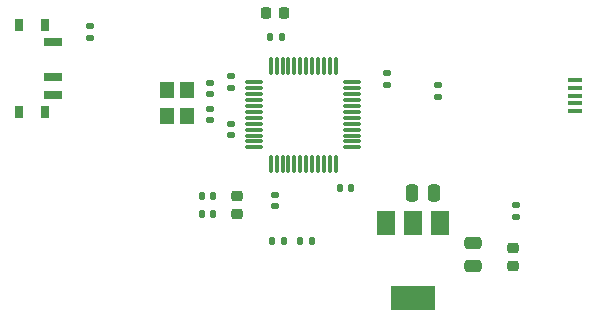
<source format=gbr>
%TF.GenerationSoftware,KiCad,Pcbnew,7.0.10*%
%TF.CreationDate,2024-01-07T18:15:16+00:00*%
%TF.ProjectId,green_storm,67726565-6e5f-4737-946f-726d2e6b6963,rev?*%
%TF.SameCoordinates,Original*%
%TF.FileFunction,Paste,Top*%
%TF.FilePolarity,Positive*%
%FSLAX46Y46*%
G04 Gerber Fmt 4.6, Leading zero omitted, Abs format (unit mm)*
G04 Created by KiCad (PCBNEW 7.0.10) date 2024-01-07 18:15:16*
%MOMM*%
%LPD*%
G01*
G04 APERTURE LIST*
G04 Aperture macros list*
%AMRoundRect*
0 Rectangle with rounded corners*
0 $1 Rounding radius*
0 $2 $3 $4 $5 $6 $7 $8 $9 X,Y pos of 4 corners*
0 Add a 4 corners polygon primitive as box body*
4,1,4,$2,$3,$4,$5,$6,$7,$8,$9,$2,$3,0*
0 Add four circle primitives for the rounded corners*
1,1,$1+$1,$2,$3*
1,1,$1+$1,$4,$5*
1,1,$1+$1,$6,$7*
1,1,$1+$1,$8,$9*
0 Add four rect primitives between the rounded corners*
20,1,$1+$1,$2,$3,$4,$5,0*
20,1,$1+$1,$4,$5,$6,$7,0*
20,1,$1+$1,$6,$7,$8,$9,0*
20,1,$1+$1,$8,$9,$2,$3,0*%
G04 Aperture macros list end*
%ADD10RoundRect,0.140000X-0.170000X0.140000X-0.170000X-0.140000X0.170000X-0.140000X0.170000X0.140000X0*%
%ADD11RoundRect,0.140000X0.170000X-0.140000X0.170000X0.140000X-0.170000X0.140000X-0.170000X-0.140000X0*%
%ADD12RoundRect,0.218750X-0.256250X0.218750X-0.256250X-0.218750X0.256250X-0.218750X0.256250X0.218750X0*%
%ADD13RoundRect,0.250000X0.475000X-0.250000X0.475000X0.250000X-0.475000X0.250000X-0.475000X-0.250000X0*%
%ADD14RoundRect,0.135000X-0.185000X0.135000X-0.185000X-0.135000X0.185000X-0.135000X0.185000X0.135000X0*%
%ADD15RoundRect,0.140000X0.140000X0.170000X-0.140000X0.170000X-0.140000X-0.170000X0.140000X-0.170000X0*%
%ADD16RoundRect,0.135000X0.185000X-0.135000X0.185000X0.135000X-0.185000X0.135000X-0.185000X-0.135000X0*%
%ADD17RoundRect,0.225000X-0.225000X-0.250000X0.225000X-0.250000X0.225000X0.250000X-0.225000X0.250000X0*%
%ADD18RoundRect,0.135000X-0.135000X-0.185000X0.135000X-0.185000X0.135000X0.185000X-0.135000X0.185000X0*%
%ADD19RoundRect,0.250000X-0.250000X-0.475000X0.250000X-0.475000X0.250000X0.475000X-0.250000X0.475000X0*%
%ADD20R,1.300000X0.450000*%
%ADD21RoundRect,0.135000X0.135000X0.185000X-0.135000X0.185000X-0.135000X-0.185000X0.135000X-0.185000X0*%
%ADD22RoundRect,0.075000X-0.662500X-0.075000X0.662500X-0.075000X0.662500X0.075000X-0.662500X0.075000X0*%
%ADD23RoundRect,0.075000X-0.075000X-0.662500X0.075000X-0.662500X0.075000X0.662500X-0.075000X0.662500X0*%
%ADD24RoundRect,0.140000X-0.140000X-0.170000X0.140000X-0.170000X0.140000X0.170000X-0.140000X0.170000X0*%
%ADD25R,1.500000X2.000000*%
%ADD26R,3.800000X2.000000*%
%ADD27R,0.800000X1.000000*%
%ADD28R,1.500000X0.700000*%
%ADD29R,1.200000X1.400000*%
G04 APERTURE END LIST*
D10*
%TO.C,C11*%
X64643000Y-98199000D03*
X64643000Y-99159000D03*
%TD*%
D11*
%TO.C,C12*%
X59182000Y-89662000D03*
X59182000Y-88702000D03*
%TD*%
D12*
%TO.C,D1*%
X84836000Y-102692000D03*
X84836000Y-104267000D03*
%TD*%
D13*
%TO.C,C2*%
X81407000Y-104201000D03*
X81407000Y-102301000D03*
%TD*%
D14*
%TO.C,R3*%
X78486000Y-88898000D03*
X78486000Y-89918000D03*
%TD*%
D15*
%TO.C,C5*%
X71092000Y-97663000D03*
X70132000Y-97663000D03*
%TD*%
D16*
%TO.C,R2*%
X49022000Y-84965000D03*
X49022000Y-83945000D03*
%TD*%
D17*
%TO.C,C3*%
X63868000Y-82804000D03*
X65418000Y-82804000D03*
%TD*%
D18*
%TO.C,R5*%
X66800000Y-102108000D03*
X67820000Y-102108000D03*
%TD*%
D15*
%TO.C,C10*%
X59436000Y-99822000D03*
X58476000Y-99822000D03*
%TD*%
%TO.C,C9*%
X59436000Y-98298000D03*
X58476000Y-98298000D03*
%TD*%
D19*
%TO.C,C1*%
X76266000Y-98044000D03*
X78166000Y-98044000D03*
%TD*%
D10*
%TO.C,C6*%
X74168000Y-87912000D03*
X74168000Y-88872000D03*
%TD*%
D20*
%TO.C,J1*%
X90043000Y-91119000D03*
X90043000Y-90469000D03*
X90043000Y-89819000D03*
X90043000Y-89169000D03*
X90043000Y-88519000D03*
%TD*%
D21*
%TO.C,R4*%
X65407000Y-102108000D03*
X64387000Y-102108000D03*
%TD*%
D22*
%TO.C,U2*%
X62893500Y-88690000D03*
X62893500Y-89190000D03*
X62893500Y-89690000D03*
X62893500Y-90190000D03*
X62893500Y-90690000D03*
X62893500Y-91190000D03*
X62893500Y-91690000D03*
X62893500Y-92190000D03*
X62893500Y-92690000D03*
X62893500Y-93190000D03*
X62893500Y-93690000D03*
X62893500Y-94190000D03*
D23*
X64306000Y-95602500D03*
X64806000Y-95602500D03*
X65306000Y-95602500D03*
X65806000Y-95602500D03*
X66306000Y-95602500D03*
X66806000Y-95602500D03*
X67306000Y-95602500D03*
X67806000Y-95602500D03*
X68306000Y-95602500D03*
X68806000Y-95602500D03*
X69306000Y-95602500D03*
X69806000Y-95602500D03*
D22*
X71218500Y-94190000D03*
X71218500Y-93690000D03*
X71218500Y-93190000D03*
X71218500Y-92690000D03*
X71218500Y-92190000D03*
X71218500Y-91690000D03*
X71218500Y-91190000D03*
X71218500Y-90690000D03*
X71218500Y-90190000D03*
X71218500Y-89690000D03*
X71218500Y-89190000D03*
X71218500Y-88690000D03*
D23*
X69806000Y-87277500D03*
X69306000Y-87277500D03*
X68806000Y-87277500D03*
X68306000Y-87277500D03*
X67806000Y-87277500D03*
X67306000Y-87277500D03*
X66806000Y-87277500D03*
X66306000Y-87277500D03*
X65806000Y-87277500D03*
X65306000Y-87277500D03*
X64806000Y-87277500D03*
X64306000Y-87277500D03*
%TD*%
D11*
%TO.C,C13*%
X59182000Y-91892000D03*
X59182000Y-90932000D03*
%TD*%
D24*
%TO.C,C7*%
X64262000Y-84836000D03*
X65222000Y-84836000D03*
%TD*%
D25*
%TO.C,U1*%
X78627000Y-100609000D03*
X76327000Y-100609000D03*
D26*
X76327000Y-106909000D03*
D25*
X74027000Y-100609000D03*
%TD*%
D12*
%TO.C,FB1*%
X61468000Y-98272500D03*
X61468000Y-99847500D03*
%TD*%
D11*
%TO.C,C8*%
X60960000Y-93162000D03*
X60960000Y-92202000D03*
%TD*%
D27*
%TO.C,SW1*%
X45197000Y-83853000D03*
X42987000Y-83853000D03*
X45197000Y-91153000D03*
X42987000Y-91153000D03*
D28*
X45847000Y-85253000D03*
X45847000Y-88253000D03*
X45847000Y-89753000D03*
%TD*%
D29*
%TO.C,Y1*%
X55538000Y-89324000D03*
X55538000Y-91524000D03*
X57238000Y-91524000D03*
X57238000Y-89324000D03*
%TD*%
D16*
%TO.C,R1*%
X85090000Y-100078000D03*
X85090000Y-99058000D03*
%TD*%
D11*
%TO.C,C4*%
X60960000Y-89126000D03*
X60960000Y-88166000D03*
%TD*%
M02*

</source>
